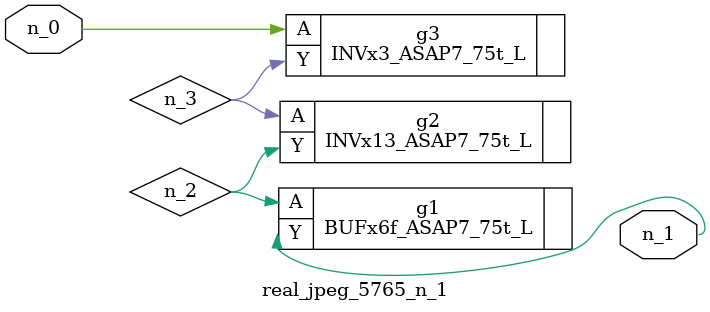
<source format=v>
module real_jpeg_5765_n_1 (n_0, n_1);

input n_0;

output n_1;

wire n_3;
wire n_2;

INVx3_ASAP7_75t_L g3 ( 
.A(n_0),
.Y(n_3)
);

BUFx6f_ASAP7_75t_L g1 ( 
.A(n_2),
.Y(n_1)
);

INVx13_ASAP7_75t_L g2 ( 
.A(n_3),
.Y(n_2)
);


endmodule
</source>
